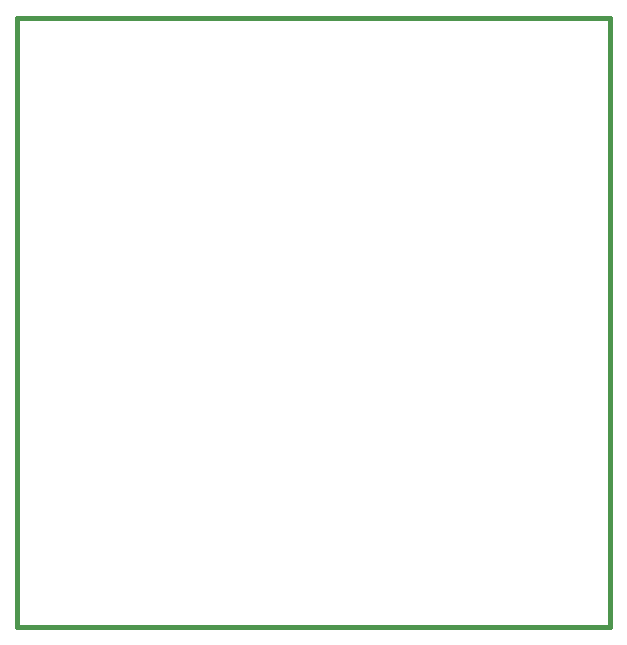
<source format=gbr>
G75*
G70*
%OFA0B0*%
%FSLAX24Y24*%
%IPPOS*%
%LPD*%
%AMOC8*
5,1,8,0,0,1.08239X$1,22.5*
%
%ADD10C,0.0000*%
%ADD11C,0.0160*%
D10*
X000180Y000140D02*
X000180Y020500D01*
X000180Y020510D01*
X019922Y020510D01*
X019922Y000140D01*
X000180Y000140D01*
D11*
X000180Y000180D02*
X019940Y000180D01*
X019940Y020500D01*
X000180Y020500D01*
X000180Y000180D01*
M02*

</source>
